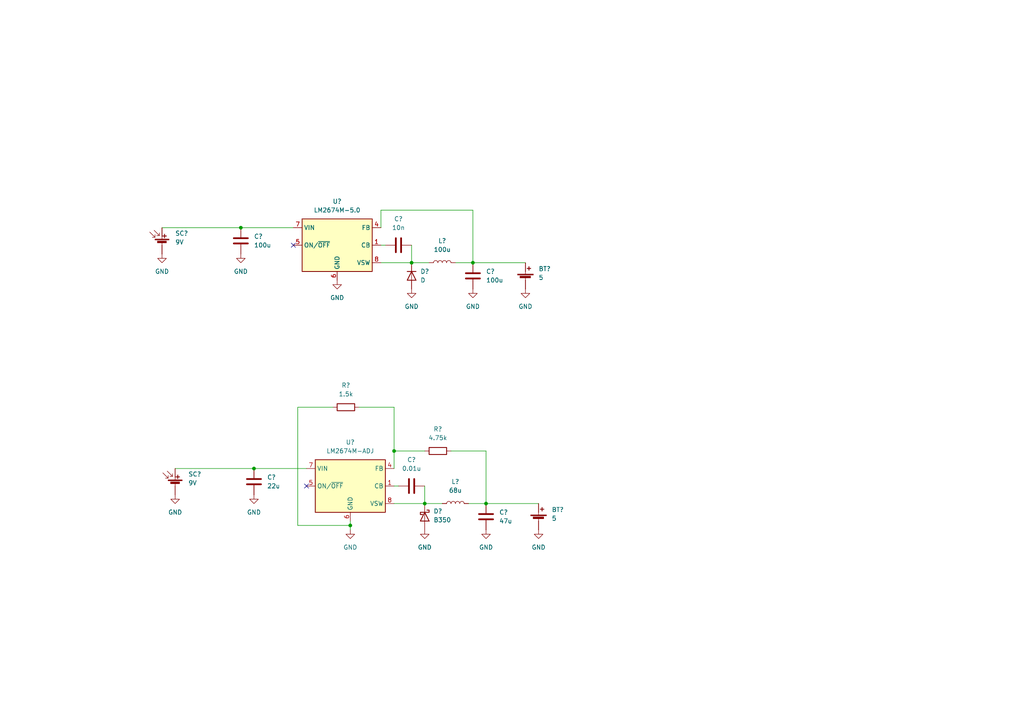
<source format=kicad_sch>
(kicad_sch (version 20211123) (generator eeschema)
  (paper "A4")
  (lib_symbols
    (symbol "Device:Battery_Cell" (pin_numbers hide) (pin_names (offset 0) hide)
      (property "Reference" "BT" (at 2.54 2.54 0))
      (property "Value" "Battery_Cell" (at 2.54 0 0))
      (symbol "Battery_Cell_0_1"
        (rectangle (start -2.286 1.778) (end 2.286 1.524) (fill (type outline)))
        (rectangle (start -1.5748 1.1938) (end 1.4732 0.6858) (fill (type outline)))
        (polyline (pts (xy 0 0.762) (xy 0 0)))
        (polyline (pts (xy 0 1.778) (xy 0 2.54)))
        (polyline (pts (xy 0.508 3.429) (xy 1.524 3.429)) (stroke (width 0.254)))
        (polyline (pts (xy 1.016 3.937) (xy 1.016 2.921)) (stroke (width 0.254)))
      )
      (symbol "Battery_Cell_1_1"
        (pin passive line (at 0 5.08 270) (length 2.54) (name "+") (number "1"))
        (pin passive line (at 0 -2.54 90) (length 2.54) (name "-") (number "2"))
      )
    )
    (symbol "Device:C" (pin_numbers hide) (pin_names (offset 0.254))
      (property "Reference" "C" (at 0.635 2.54 0))
      (property "Value" "C" (at 0.635 -2.54 0))
      (symbol "C_0_1"
        (polyline (pts (xy -2.032 -0.762) (xy 2.032 -0.762)) (stroke (width 0.508)))
        (polyline (pts (xy -2.032 0.762) (xy 2.032 0.762)) (stroke (width 0.508)))
      )
      (symbol "C_1_1"
        (pin passive line (at 0 3.81 270) (length 2.794) (name "~") (number "1"))
        (pin passive line (at 0 -3.81 90) (length 2.794) (name "~") (number "2"))
      )
    )
    (symbol "Device:D" (pin_numbers hide) (pin_names (offset 1.016) hide)
      (property "Reference" "D" (at 0 2.54 0))
      (property "Value" "D" (at 0 -2.54 0))
      (symbol "D_0_1"
        (polyline (pts (xy -1.27 1.27) (xy -1.27 -1.27)) (stroke (width 0.254)))
        (polyline (pts (xy 1.27 0) (xy -1.27 0)))
        (polyline (pts (xy 1.27 1.27) (xy 1.27 -1.27) (xy -1.27 0) (xy 1.27 1.27)) (stroke (width 0.254)))
      )
      (symbol "D_1_1"
        (pin passive line (at -3.81 0 0) (length 2.54) (name "K") (number "1"))
        (pin passive line (at 3.81 0 180) (length 2.54) (name "A") (number "2"))
      )
    )
    (symbol "Device:L" (pin_numbers hide) (pin_names (offset 1.016) hide)
      (property "Reference" "L" (at -1.27 0 90))
      (property "Value" "L" (at 1.905 0 90))
      (symbol "L_0_1"
        (arc (start 0 -2.54) (mid 0.635 -1.905) (end 0 -1.27))
        (arc (start 0 -1.27) (mid 0.635 -0.635) (end 0 0))
        (arc (start 0 0) (mid 0.635 0.635) (end 0 1.27))
        (arc (start 0 1.27) (mid 0.635 1.905) (end 0 2.54))
      )
      (symbol "L_1_1"
        (pin passive line (at 0 3.81 270) (length 1.27) (name "1") (number "1"))
        (pin passive line (at 0 -3.81 90) (length 1.27) (name "2") (number "2"))
      )
    )
    (symbol "Device:R" (pin_numbers hide) (pin_names (offset 0))
      (property "Reference" "R" (at 2.032 0 90))
      (property "Value" "R" (at 0 0 90))
      (symbol "R_0_1"
        (rectangle (start -1.016 -2.54) (end 1.016 2.54) (stroke (width 0.254)))
      )
      (symbol "R_1_1"
        (pin passive line (at 0 3.81 270) (length 1.27) (name "~") (number "1"))
        (pin passive line (at 0 -3.81 90) (length 1.27) (name "~") (number "2"))
      )
    )
    (symbol "Device:Solar_Cell" (pin_numbers hide) (pin_names (offset 0) hide)
      (property "Reference" "SC" (at 2.54 2.54 0))
      (property "Value" "Solar_Cell" (at 2.54 0 0))
      (symbol "Solar_Cell_0_1"
        (rectangle (start -2.032 1.778) (end 2.032 1.524) (fill (type outline)))
        (rectangle (start -1.3208 1.1938) (end 1.27 0.6858) (fill (type outline)))
        (polyline (pts (xy -2.032 2.286) (xy -3.556 3.81)))
        (polyline (pts (xy -0.762 2.794) (xy -2.286 4.318)))
        (polyline (pts (xy 0 0.762) (xy 0 0)))
        (polyline (pts (xy 0 1.778) (xy 0 2.54)))
        (polyline (pts (xy 0.254 2.667) (xy 1.27 2.667)) (stroke (width 0.254)))
        (polyline (pts (xy 0.762 3.175) (xy 0.762 2.159)) (stroke (width 0.254)))
        (polyline (pts (xy -2.032 3.048) (xy -2.032 2.286) (xy -2.794 2.286)))
        (polyline (pts (xy -0.762 3.556) (xy -0.762 2.794) (xy -1.524 2.794)))
      )
      (symbol "Solar_Cell_1_1"
        (pin passive line (at 0 5.08 270) (length 2.54) (name "+") (number "1"))
        (pin passive line (at 0 -2.54 90) (length 2.54) (name "-") (number "2"))
      )
    )
    (symbol "Diode:B350" (pin_numbers hide) (pin_names (offset 1.016) hide)
      (property "Reference" "D" (at 0 2.54 0))
      (property "Value" "B350" (at 0 -2.54 0))
      (symbol "B350_0_1"
        (polyline (pts (xy 1.27 0) (xy -1.27 0)))
        (polyline (pts (xy 1.27 1.27) (xy 1.27 -1.27) (xy -1.27 0) (xy 1.27 1.27)) (stroke (width 0.254)))
        (polyline (pts (xy -1.905 0.635) (xy -1.905 1.27) (xy -1.27 1.27) (xy -1.27 -1.27) (xy -0.635 -1.27) (xy -0.635 -0.635)) (stroke (width 0.254)))
      )
      (symbol "B350_1_1"
        (pin passive line (at -3.81 0 0) (length 2.54) (name "K") (number "1"))
        (pin passive line (at 3.81 0 180) (length 2.54) (name "A") (number "2"))
      )
    )
    (symbol "Regulator_Switching:LM2674M-5.0"
      (property "Reference" "U" (at -10.16 8.89 0))
      (property "Value" "LM2674M-5.0" (at 0 8.89 0))
      (symbol "LM2674M-5.0_0_1"
        (rectangle (start -10.16 7.62) (end 10.16 -7.62) (stroke (width 0.254)) (fill (type background)))
      )
      (symbol "LM2674M-5.0_1_1"
        (pin input line (at 12.7 0 180) (length 2.54) (name "CB") (number "1"))
        (pin no_connect line (at -10.16 -2.54 0) (length 2.54) hide (name "NC") (number "2"))
        (pin no_connect line (at -10.16 -5.08 0) (length 2.54) hide (name "NC") (number "3"))
        (pin input line (at 12.7 5.08 180) (length 2.54) (name "FB") (number "4"))
        (pin input line (at -12.7 0 0) (length 2.54) (name "ON/~{OFF}") (number "5"))
        (pin power_in line (at 0 -10.16 90) (length 2.54) (name "GND") (number "6"))
        (pin power_in line (at -12.7 5.08 0) (length 2.54) (name "VIN") (number "7"))
        (pin output line (at 12.7 -5.08 180) (length 2.54) (name "VSW") (number "8"))
      )
    )
    (symbol "Regulator_Switching:LM2674M-ADJ"
      (property "Reference" "U" (at -10.16 8.89 0))
      (property "Value" "LM2674M-ADJ" (at 0 8.89 0))
      (symbol "LM2674M-ADJ_0_1"
        (rectangle (start -10.16 7.62) (end 10.16 -7.62) (stroke (width 0.254)) (fill (type background)))
      )
      (symbol "LM2674M-ADJ_1_1"
        (pin input line (at 12.7 0 180) (length 2.54) (name "CB") (number "1"))
        (pin no_connect line (at -10.16 -2.54 0) (length 2.54) hide (name "NC") (number "2"))
        (pin no_connect line (at -10.16 -5.08 0) (length 2.54) hide (name "NC") (number "3"))
        (pin input line (at 12.7 5.08 180) (length 2.54) (name "FB") (number "4"))
        (pin input line (at -12.7 0 0) (length 2.54) (name "ON/~{OFF}") (number "5"))
        (pin power_in line (at 0 -10.16 90) (length 2.54) (name "GND") (number "6"))
        (pin power_in line (at -12.7 5.08 0) (length 2.54) (name "VIN") (number "7"))
        (pin output line (at 12.7 -5.08 180) (length 2.54) (name "VSW") (number "8"))
      )
    )
    (symbol "power:GND" (power) (pin_names (offset 0))
      (property "Value" "GND" (at 0 -3.81 0))
      (symbol "GND_0_1"
        (polyline (pts (xy 0 0) (xy 0 -1.27) (xy 1.27 -1.27) (xy 0 -2.54) (xy -1.27 -1.27) (xy 0 -1.27)))
      )
      (symbol "GND_1_1"
        (pin power_in line (at 0 0 270) (length 0) hide (name "GND") (number "1"))
      )
    )
  )
  (junction (at 137.16 76.2))
  (junction (at 119.38 76.2))
  (junction (at 69.85 66.04))
  (junction (at 73.66 135.89))
  (junction (at 123.19 146.05))
  (junction (at 140.97 146.05))
  (junction (at 101.6 152.4))
  (junction (at 114.3 130.81))
  (no_connect (at 85.09 71.12))
  (no_connect (at 88.9 140.97))
  (wire (pts (xy 135.89 146.05) (xy 140.97 146.05)))
  (wire (pts (xy 130.81 130.81) (xy 140.97 130.81)))
  (wire (pts (xy 140.97 146.05) (xy 156.21 146.05)))
  (wire (pts (xy 114.3 118.11) (xy 114.3 130.81)))
  (wire (pts (xy 50.8 135.89) (xy 73.66 135.89)))
  (wire (pts (xy 104.14 118.11) (xy 114.3 118.11)))
  (wire (pts (xy 86.36 118.11) (xy 96.52 118.11)))
  (wire (pts (xy 46.99 66.04) (xy 69.85 66.04)))
  (wire (pts (xy 110.49 60.96) (xy 137.16 60.96)))
  (wire (pts (xy 137.16 60.96) (xy 137.16 76.2)))
  (wire (pts (xy 110.49 66.04) (xy 110.49 60.96)))
  (wire (pts (xy 69.85 66.04) (xy 85.09 66.04)))
  (wire (pts (xy 101.6 153.67) (xy 101.6 152.4)))
  (wire (pts (xy 110.49 76.2) (xy 119.38 76.2)))
  (wire (pts (xy 119.38 71.12) (xy 119.38 76.2)))
  (wire (pts (xy 110.49 71.12) (xy 111.76 71.12)))
  (wire (pts (xy 137.16 76.2) (xy 152.4 76.2)))
  (wire (pts (xy 101.6 152.4) (xy 101.6 151.13)))
  (wire (pts (xy 86.36 152.4) (xy 101.6 152.4)))
  (wire (pts (xy 114.3 135.89) (xy 114.3 130.81)))
  (wire (pts (xy 132.08 76.2) (xy 137.16 76.2)))
  (wire (pts (xy 119.38 76.2) (xy 124.46 76.2)))
  (wire (pts (xy 114.3 130.81) (xy 123.19 130.81)))
  (wire (pts (xy 123.19 140.97) (xy 123.19 146.05)))
  (wire (pts (xy 114.3 140.97) (xy 115.57 140.97)))
  (wire (pts (xy 114.3 146.05) (xy 123.19 146.05)))
  (wire (pts (xy 140.97 130.81) (xy 140.97 146.05)))
  (wire (pts (xy 123.19 146.05) (xy 128.27 146.05)))
  (wire (pts (xy 86.36 118.11) (xy 86.36 152.4)))
  (wire (pts (xy 73.66 135.89) (xy 88.9 135.89)))
  (symbol (lib_id "Device:C") (at 69.85 69.85 0) (unit 1)
    (property "Reference" "C?" (at 73.66 68.5799 0) (effects (justify left)))
    (property "Value" "100u" (at 73.66 71.1199 0) (effects (justify left)))
  )
  (symbol (lib_id "power:GND") (at 46.99 73.66 0) (unit 1)
    (property "Reference" "#PWR?" (effects hide))
    (property "Value" "GND" (at 46.99 78.74 0))
  )
  (symbol (lib_id "Device:C") (at 73.66 139.7 0) (unit 1)
    (property "Reference" "C?" (at 77.47 138.4299 0) (effects (justify left)))
    (property "Value" "22u" (at 77.47 140.9699 0) (effects (justify left)))
  )
  (symbol (lib_id "power:GND") (at 73.66 143.51 0) (unit 1)
    (property "Reference" "#PWR?" (effects hide))
    (property "Value" "GND" (at 73.66 148.59 0))
  )
  (symbol (lib_id "power:GND") (at 152.4 83.82 0) (unit 1)
    (property "Reference" "#PWR?" (effects hide))
    (property "Value" "GND" (at 152.4 88.9 0))
  )
  (symbol (lib_id "Device:C") (at 140.97 149.86 0) (unit 1)
    (property "Reference" "C?" (at 144.78 148.5899 0) (effects (justify left)))
    (property "Value" "47u" (at 144.78 151.1299 0) (effects (justify left)))
  )
  (symbol (lib_id "power:GND") (at 97.79 81.28 0) (unit 1)
    (property "Reference" "#PWR?" (effects hide))
    (property "Value" "GND" (at 97.79 86.36 0))
  )
  (symbol (lib_id "Device:L") (at 128.27 76.2 90) (unit 1)
    (property "Reference" "L?" (at 128.27 69.85 90))
    (property "Value" "100u" (at 128.27 72.39 90))
  )
  (symbol (lib_id "Regulator_Switching:LM2674M-ADJ") (at 101.6 140.97 0) (unit 1)
    (property "Reference" "U?" (at 101.6 128.27 0))
    (property "Value" "LM2674M-ADJ" (at 101.6 130.81 0))
    (property "Footprint" "Package_SO:SOIC-8_3.9x4.9mm_P1.27mm" (effects hide))
    (property "Datasheet" "http://www.ti.com/lit/ds/symlink/lm2674.pdf" (effects hide))
  )
  (symbol (lib_id "power:GND") (at 50.8 143.51 0) (unit 1)
    (property "Reference" "#PWR?" (effects hide))
    (property "Value" "GND" (at 50.8 148.59 0))
  )
  (symbol (lib_id "power:GND") (at 123.19 153.67 0) (unit 1)
    (property "Reference" "#PWR?" (effects hide))
    (property "Value" "GND" (at 123.19 158.75 0))
  )
  (symbol (lib_id "Device:Battery_Cell") (at 152.4 81.28 0) (unit 1)
    (property "Reference" "BT?" (at 156.21 77.9779 0) (effects (justify left)))
    (property "Value" "5" (at 156.21 80.5179 0) (effects (justify left)))
  )
  (symbol (lib_id "Device:D") (at 119.38 80.01 270) (unit 1)
    (property "Reference" "D?" (at 121.92 78.7399 90) (effects (justify left)))
    (property "Value" "D" (at 121.92 81.2799 90) (effects (justify left)))
  )
  (symbol (lib_id "power:GND") (at 119.38 83.82 0) (unit 1)
    (property "Reference" "#PWR?" (effects hide))
    (property "Value" "GND" (at 119.38 88.9 0))
  )
  (symbol (lib_id "Device:Battery_Cell") (at 156.21 151.13 0) (unit 1)
    (property "Reference" "BT?" (at 160.02 147.8279 0) (effects (justify left)))
    (property "Value" "5" (at 160.02 150.3679 0) (effects (justify left)))
  )
  (symbol (lib_id "Device:C") (at 137.16 80.01 0) (unit 1)
    (property "Reference" "C?" (at 140.97 78.7399 0) (effects (justify left)))
    (property "Value" "100u" (at 140.97 81.2799 0) (effects (justify left)))
  )
  (symbol (lib_id "Device:R") (at 127 130.81 90) (unit 1)
    (property "Reference" "R?" (at 127 124.46 90))
    (property "Value" "4.75k" (at 127 127 90))
  )
  (symbol (lib_id "Device:Solar_Cell") (at 50.8 140.97 0) (unit 1)
    (property "Reference" "SC?" (at 54.61 137.5409 0) (effects (justify left)))
    (property "Value" "9V" (at 54.61 140.0809 0) (effects (justify left)))
  )
  (symbol (lib_id "Device:C") (at 115.57 71.12 90) (unit 1)
    (property "Reference" "C?" (at 115.57 63.5 90))
    (property "Value" "10n" (at 115.57 66.04 90))
  )
  (symbol (lib_id "Regulator_Switching:LM2674M-5.0") (at 97.79 71.12 0) (unit 1)
    (property "Reference" "U?" (at 97.79 58.42 0))
    (property "Value" "LM2674M-5.0" (at 97.79 60.96 0))
    (property "Footprint" "Package_SO:SOIC-8_3.9x4.9mm_P1.27mm" (effects hide))
    (property "Datasheet" "http://www.ti.com/lit/ds/symlink/lm2674.pdf" (effects hide))
  )
  (symbol (lib_id "power:GND") (at 156.21 153.67 0) (unit 1)
    (property "Reference" "#PWR?" (effects hide))
    (property "Value" "GND" (at 156.21 158.75 0))
  )
  (symbol (lib_id "power:GND") (at 137.16 83.82 0) (unit 1)
    (property "Reference" "#PWR?" (effects hide))
    (property "Value" "GND" (at 137.16 88.9 0))
  )
  (symbol (lib_id "power:GND") (at 101.6 153.67 0) (unit 1)
    (property "Reference" "#PWR?" (effects hide))
    (property "Value" "GND" (at 101.6 158.75 0))
  )
  (symbol (lib_id "Diode:B350") (at 123.19 149.86 270) (unit 1)
    (property "Reference" "D?" (at 125.73 148.2724 90) (effects (justify left)))
    (property "Value" "B350" (at 125.73 150.8124 90) (effects (justify left)))
    (property "Footprint" "Diode_SMD:D_SMC" (effects hide))
    (property "Datasheet" "http://www.jameco.com/Jameco/Products/ProdDS/1538777.pdf" (effects hide))
  )
  (symbol (lib_id "Device:L") (at 132.08 146.05 90) (unit 1)
    (property "Reference" "L?" (at 132.08 139.7 90))
    (property "Value" "68u" (at 132.08 142.24 90))
  )
  (symbol (lib_id "Device:C") (at 119.38 140.97 90) (unit 1)
    (property "Reference" "C?" (at 119.38 133.35 90))
    (property "Value" "0.01u" (at 119.38 135.89 90))
  )
  (symbol (lib_id "Device:Solar_Cell") (at 46.99 71.12 0) (unit 1)
    (property "Reference" "SC?" (at 50.8 67.6909 0) (effects (justify left)))
    (property "Value" "9V" (at 50.8 70.2309 0) (effects (justify left)))
  )
  (symbol (lib_id "Device:R") (at 100.33 118.11 90) (unit 1)
    (property "Reference" "R?" (at 100.33 111.76 90))
    (property "Value" "1.5k" (at 100.33 114.3 90))
  )
  (symbol (lib_id "power:GND") (at 69.85 73.66 0) (unit 1)
    (property "Reference" "#PWR?" (effects hide))
    (property "Value" "GND" (at 69.85 78.74 0))
  )
  (symbol (lib_id "power:GND") (at 140.97 153.67 0) (unit 1)
    (property "Reference" "#PWR?" (effects hide))
    (property "Value" "GND" (at 140.97 158.75 0))
  )
)
</source>
